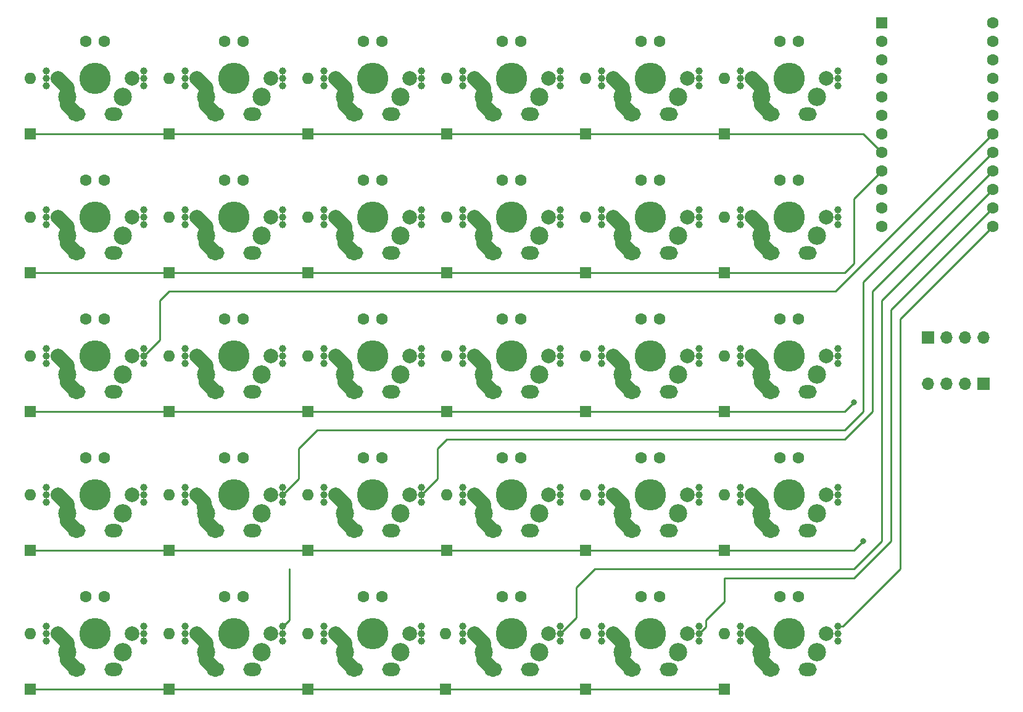
<source format=gbr>
%TF.GenerationSoftware,KiCad,Pcbnew,(5.1.9)-1*%
%TF.CreationDate,2021-03-27T16:35:29+07:00*%
%TF.ProjectId,LetsSplit256,4c657473-5370-46c6-9974-3235362e6b69,rev?*%
%TF.SameCoordinates,Original*%
%TF.FileFunction,Copper,L2,Bot*%
%TF.FilePolarity,Positive*%
%FSLAX46Y46*%
G04 Gerber Fmt 4.6, Leading zero omitted, Abs format (unit mm)*
G04 Created by KiCad (PCBNEW (5.1.9)-1) date 2021-03-27 16:35:29*
%MOMM*%
%LPD*%
G01*
G04 APERTURE LIST*
%TA.AperFunction,ComponentPad*%
%ADD10O,1.700000X1.700000*%
%TD*%
%TA.AperFunction,ComponentPad*%
%ADD11R,1.700000X1.700000*%
%TD*%
%TA.AperFunction,ComponentPad*%
%ADD12C,1.000000*%
%TD*%
%TA.AperFunction,ComponentPad*%
%ADD13O,2.500000X1.800000*%
%TD*%
%TA.AperFunction,ComponentPad*%
%ADD14C,2.500000*%
%TD*%
%TA.AperFunction,ComponentPad*%
%ADD15C,2.000000*%
%TD*%
%TA.AperFunction,ComponentPad*%
%ADD16C,4.300000*%
%TD*%
%TA.AperFunction,ComponentPad*%
%ADD17C,1.600000*%
%TD*%
%TA.AperFunction,ComponentPad*%
%ADD18R,1.600000X1.600000*%
%TD*%
%TA.AperFunction,ComponentPad*%
%ADD19O,1.600000X1.600000*%
%TD*%
%TA.AperFunction,ViaPad*%
%ADD20C,0.800000*%
%TD*%
%TA.AperFunction,Conductor*%
%ADD21C,2.000000*%
%TD*%
%TA.AperFunction,Conductor*%
%ADD22C,0.250000*%
%TD*%
G04 APERTURE END LIST*
D10*
%TO.P,JL1,4*%
%TO.N,Net-(JL1-Pad4)*%
X157480000Y-81280000D03*
%TO.P,JL1,3*%
%TO.N,Net-(JL1-Pad3)*%
X154940000Y-81280000D03*
%TO.P,JL1,2*%
%TO.N,Net-(JL1-Pad2)*%
X152400000Y-81280000D03*
D11*
%TO.P,JL1,1*%
%TO.N,Net-(JL1-Pad1)*%
X149860000Y-81280000D03*
%TD*%
D10*
%TO.P,JL2,4*%
%TO.N,N/C*%
X149860000Y-87630000D03*
%TO.P,JL2,3*%
X152400000Y-87630000D03*
%TO.P,JL2,2*%
X154940000Y-87630000D03*
D11*
%TO.P,JL2,1*%
X157480000Y-87630000D03*
%TD*%
D12*
%TO.P,KLZ1,1*%
%TO.N,Net-(DL24-Pad2)*%
X47910000Y-101870000D03*
X47910000Y-103870000D03*
X47910000Y-102870000D03*
D13*
%TO.P,KLZ1,2*%
%TO.N,Net-(KL1-Pad2)*%
X57150000Y-107746800D03*
D14*
%TO.P,KLZ1,1*%
%TO.N,Net-(DL24-Pad2)*%
X50800000Y-105410000D03*
D13*
X52070000Y-107746800D03*
D14*
%TO.P,KLZ1,2*%
%TO.N,Net-(KL1-Pad2)*%
X58420000Y-105410000D03*
D15*
%TO.P,KLZ1,1*%
%TO.N,Net-(DL24-Pad2)*%
X49530000Y-102870000D03*
%TO.P,KLZ1,2*%
%TO.N,Net-(KL1-Pad2)*%
X59690000Y-102870000D03*
D16*
%TO.P,KLZ1,0*%
%TO.N,N/C*%
X54610000Y-102870000D03*
D12*
%TO.P,KLZ1,2*%
%TO.N,Net-(KL1-Pad2)*%
X61310000Y-102870000D03*
X61310000Y-101870000D03*
X61310000Y-103870000D03*
D17*
%TO.P,KLZ1,0*%
%TO.N,N/C*%
X55880000Y-97790000D03*
X53340000Y-97790000D03*
%TD*%
D12*
%TO.P,KLX1,1*%
%TO.N,Net-(DL34-Pad2)*%
X66960000Y-101870000D03*
X66960000Y-103870000D03*
X66960000Y-102870000D03*
D13*
%TO.P,KLX1,2*%
%TO.N,Net-(KL2-Pad2)*%
X76200000Y-107746800D03*
D14*
%TO.P,KLX1,1*%
%TO.N,Net-(DL34-Pad2)*%
X69850000Y-105410000D03*
D13*
X71120000Y-107746800D03*
D14*
%TO.P,KLX1,2*%
%TO.N,Net-(KL2-Pad2)*%
X77470000Y-105410000D03*
D15*
%TO.P,KLX1,1*%
%TO.N,Net-(DL34-Pad2)*%
X68580000Y-102870000D03*
%TO.P,KLX1,2*%
%TO.N,Net-(KL2-Pad2)*%
X78740000Y-102870000D03*
D16*
%TO.P,KLX1,0*%
%TO.N,N/C*%
X73660000Y-102870000D03*
D12*
%TO.P,KLX1,2*%
%TO.N,Net-(KL2-Pad2)*%
X80360000Y-102870000D03*
X80360000Y-101870000D03*
X80360000Y-103870000D03*
D17*
%TO.P,KLX1,0*%
%TO.N,N/C*%
X74930000Y-97790000D03*
X72390000Y-97790000D03*
%TD*%
D12*
%TO.P,KLW1,1*%
%TO.N,Net-(DL32-Pad2)*%
X66960000Y-63770000D03*
X66960000Y-65770000D03*
X66960000Y-64770000D03*
D13*
%TO.P,KLW1,2*%
%TO.N,Net-(KL2-Pad2)*%
X76200000Y-69646800D03*
D14*
%TO.P,KLW1,1*%
%TO.N,Net-(DL32-Pad2)*%
X69850000Y-67310000D03*
D13*
X71120000Y-69646800D03*
D14*
%TO.P,KLW1,2*%
%TO.N,Net-(KL2-Pad2)*%
X77470000Y-67310000D03*
D15*
%TO.P,KLW1,1*%
%TO.N,Net-(DL32-Pad2)*%
X68580000Y-64770000D03*
%TO.P,KLW1,2*%
%TO.N,Net-(KL2-Pad2)*%
X78740000Y-64770000D03*
D16*
%TO.P,KLW1,0*%
%TO.N,N/C*%
X73660000Y-64770000D03*
D12*
%TO.P,KLW1,2*%
%TO.N,Net-(KL2-Pad2)*%
X80360000Y-64770000D03*
X80360000Y-63770000D03*
X80360000Y-65770000D03*
D17*
%TO.P,KLW1,0*%
%TO.N,N/C*%
X74930000Y-59690000D03*
X72390000Y-59690000D03*
%TD*%
D12*
%TO.P,KLV1,1*%
%TO.N,Net-(DL54-Pad2)*%
X105060000Y-101870000D03*
X105060000Y-103870000D03*
X105060000Y-102870000D03*
D13*
%TO.P,KLV1,2*%
%TO.N,Net-(KL4-Pad2)*%
X114300000Y-107746800D03*
D14*
%TO.P,KLV1,1*%
%TO.N,Net-(DL54-Pad2)*%
X107950000Y-105410000D03*
D13*
X109220000Y-107746800D03*
D14*
%TO.P,KLV1,2*%
%TO.N,Net-(KL4-Pad2)*%
X115570000Y-105410000D03*
D15*
%TO.P,KLV1,1*%
%TO.N,Net-(DL54-Pad2)*%
X106680000Y-102870000D03*
%TO.P,KLV1,2*%
%TO.N,Net-(KL4-Pad2)*%
X116840000Y-102870000D03*
D16*
%TO.P,KLV1,0*%
%TO.N,N/C*%
X111760000Y-102870000D03*
D12*
%TO.P,KLV1,2*%
%TO.N,Net-(KL4-Pad2)*%
X118460000Y-102870000D03*
X118460000Y-101870000D03*
X118460000Y-103870000D03*
D17*
%TO.P,KLV1,0*%
%TO.N,N/C*%
X113030000Y-97790000D03*
X110490000Y-97790000D03*
%TD*%
D12*
%TO.P,KLR1,1*%
%TO.N,Net-(DL52-Pad2)*%
X105060000Y-63770000D03*
X105060000Y-65770000D03*
X105060000Y-64770000D03*
D13*
%TO.P,KLR1,2*%
%TO.N,Net-(KL4-Pad2)*%
X114300000Y-69646800D03*
D14*
%TO.P,KLR1,1*%
%TO.N,Net-(DL52-Pad2)*%
X107950000Y-67310000D03*
D13*
X109220000Y-69646800D03*
D14*
%TO.P,KLR1,2*%
%TO.N,Net-(KL4-Pad2)*%
X115570000Y-67310000D03*
D15*
%TO.P,KLR1,1*%
%TO.N,Net-(DL52-Pad2)*%
X106680000Y-64770000D03*
%TO.P,KLR1,2*%
%TO.N,Net-(KL4-Pad2)*%
X116840000Y-64770000D03*
D16*
%TO.P,KLR1,0*%
%TO.N,N/C*%
X111760000Y-64770000D03*
D12*
%TO.P,KLR1,2*%
%TO.N,Net-(KL4-Pad2)*%
X118460000Y-64770000D03*
X118460000Y-63770000D03*
X118460000Y-65770000D03*
D17*
%TO.P,KLR1,0*%
%TO.N,N/C*%
X113030000Y-59690000D03*
X110490000Y-59690000D03*
%TD*%
D12*
%TO.P,KLQ1,1*%
%TO.N,Net-(DL22-Pad2)*%
X47910000Y-63770000D03*
X47910000Y-65770000D03*
X47910000Y-64770000D03*
D13*
%TO.P,KLQ1,2*%
%TO.N,Net-(KL1-Pad2)*%
X57150000Y-69646800D03*
D14*
%TO.P,KLQ1,1*%
%TO.N,Net-(DL22-Pad2)*%
X50800000Y-67310000D03*
D13*
X52070000Y-69646800D03*
D14*
%TO.P,KLQ1,2*%
%TO.N,Net-(KL1-Pad2)*%
X58420000Y-67310000D03*
D15*
%TO.P,KLQ1,1*%
%TO.N,Net-(DL22-Pad2)*%
X49530000Y-64770000D03*
%TO.P,KLQ1,2*%
%TO.N,Net-(KL1-Pad2)*%
X59690000Y-64770000D03*
D16*
%TO.P,KLQ1,0*%
%TO.N,N/C*%
X54610000Y-64770000D03*
D12*
%TO.P,KLQ1,2*%
%TO.N,Net-(KL1-Pad2)*%
X61310000Y-64770000D03*
X61310000Y-63770000D03*
X61310000Y-65770000D03*
D17*
%TO.P,KLQ1,0*%
%TO.N,N/C*%
X55880000Y-59690000D03*
X53340000Y-59690000D03*
%TD*%
D12*
%TO.P,KLFunc65,1*%
%TO.N,Net-(DL65-Pad2)*%
X124110000Y-120920000D03*
X124110000Y-122920000D03*
X124110000Y-121920000D03*
D13*
%TO.P,KLFunc65,2*%
%TO.N,Net-(KL5-Pad2)*%
X133350000Y-126796800D03*
D14*
%TO.P,KLFunc65,1*%
%TO.N,Net-(DL65-Pad2)*%
X127000000Y-124460000D03*
D13*
X128270000Y-126796800D03*
D14*
%TO.P,KLFunc65,2*%
%TO.N,Net-(KL5-Pad2)*%
X134620000Y-124460000D03*
D15*
%TO.P,KLFunc65,1*%
%TO.N,Net-(DL65-Pad2)*%
X125730000Y-121920000D03*
%TO.P,KLFunc65,2*%
%TO.N,Net-(KL5-Pad2)*%
X135890000Y-121920000D03*
D16*
%TO.P,KLFunc65,0*%
%TO.N,N/C*%
X130810000Y-121920000D03*
D12*
%TO.P,KLFunc65,2*%
%TO.N,Net-(KL5-Pad2)*%
X137510000Y-121920000D03*
X137510000Y-120920000D03*
X137510000Y-122920000D03*
D17*
%TO.P,KLFunc65,0*%
%TO.N,N/C*%
X132080000Y-116840000D03*
X129540000Y-116840000D03*
%TD*%
D12*
%TO.P,KLFunc55,1*%
%TO.N,Net-(DL55-Pad2)*%
X105060000Y-120920000D03*
X105060000Y-122920000D03*
X105060000Y-121920000D03*
D13*
%TO.P,KLFunc55,2*%
%TO.N,Net-(KL4-Pad2)*%
X114300000Y-126796800D03*
D14*
%TO.P,KLFunc55,1*%
%TO.N,Net-(DL55-Pad2)*%
X107950000Y-124460000D03*
D13*
X109220000Y-126796800D03*
D14*
%TO.P,KLFunc55,2*%
%TO.N,Net-(KL4-Pad2)*%
X115570000Y-124460000D03*
D15*
%TO.P,KLFunc55,1*%
%TO.N,Net-(DL55-Pad2)*%
X106680000Y-121920000D03*
%TO.P,KLFunc55,2*%
%TO.N,Net-(KL4-Pad2)*%
X116840000Y-121920000D03*
D16*
%TO.P,KLFunc55,0*%
%TO.N,N/C*%
X111760000Y-121920000D03*
D12*
%TO.P,KLFunc55,2*%
%TO.N,Net-(KL4-Pad2)*%
X118460000Y-121920000D03*
X118460000Y-120920000D03*
X118460000Y-122920000D03*
D17*
%TO.P,KLFunc55,0*%
%TO.N,N/C*%
X113030000Y-116840000D03*
X110490000Y-116840000D03*
%TD*%
D12*
%TO.P,KLFunc35,1*%
%TO.N,Net-(DL35-Pad2)*%
X66960000Y-120920000D03*
X66960000Y-122920000D03*
X66960000Y-121920000D03*
D13*
%TO.P,KLFunc35,2*%
%TO.N,Net-(KL2-Pad2)*%
X76200000Y-126796800D03*
D14*
%TO.P,KLFunc35,1*%
%TO.N,Net-(DL35-Pad2)*%
X69850000Y-124460000D03*
D13*
X71120000Y-126796800D03*
D14*
%TO.P,KLFunc35,2*%
%TO.N,Net-(KL2-Pad2)*%
X77470000Y-124460000D03*
D15*
%TO.P,KLFunc35,1*%
%TO.N,Net-(DL35-Pad2)*%
X68580000Y-121920000D03*
%TO.P,KLFunc35,2*%
%TO.N,Net-(KL2-Pad2)*%
X78740000Y-121920000D03*
D16*
%TO.P,KLFunc35,0*%
%TO.N,N/C*%
X73660000Y-121920000D03*
D12*
%TO.P,KLFunc35,2*%
%TO.N,Net-(KL2-Pad2)*%
X80360000Y-121920000D03*
X80360000Y-120920000D03*
X80360000Y-122920000D03*
D17*
%TO.P,KLFunc35,0*%
%TO.N,N/C*%
X74930000Y-116840000D03*
X72390000Y-116840000D03*
%TD*%
D12*
%TO.P,KLFunc25,1*%
%TO.N,Net-(DL25-Pad2)*%
X47910000Y-120920000D03*
X47910000Y-122920000D03*
X47910000Y-121920000D03*
D13*
%TO.P,KLFunc25,2*%
%TO.N,Net-(KL1-Pad2)*%
X57150000Y-126796800D03*
D14*
%TO.P,KLFunc25,1*%
%TO.N,Net-(DL25-Pad2)*%
X50800000Y-124460000D03*
D13*
X52070000Y-126796800D03*
D14*
%TO.P,KLFunc25,2*%
%TO.N,Net-(KL1-Pad2)*%
X58420000Y-124460000D03*
D15*
%TO.P,KLFunc25,1*%
%TO.N,Net-(DL25-Pad2)*%
X49530000Y-121920000D03*
%TO.P,KLFunc25,2*%
%TO.N,Net-(KL1-Pad2)*%
X59690000Y-121920000D03*
D16*
%TO.P,KLFunc25,0*%
%TO.N,N/C*%
X54610000Y-121920000D03*
D12*
%TO.P,KLFunc25,2*%
%TO.N,Net-(KL1-Pad2)*%
X61310000Y-121920000D03*
X61310000Y-120920000D03*
X61310000Y-122920000D03*
D17*
%TO.P,KLFunc25,0*%
%TO.N,N/C*%
X55880000Y-116840000D03*
X53340000Y-116840000D03*
%TD*%
D12*
%TO.P,KLFunc15,1*%
%TO.N,Net-(DL15-Pad2)*%
X28860000Y-120920000D03*
X28860000Y-122920000D03*
X28860000Y-121920000D03*
D13*
%TO.P,KLFunc15,2*%
%TO.N,Net-(KLFunc11-Pad2)*%
X38100000Y-126796800D03*
D14*
%TO.P,KLFunc15,1*%
%TO.N,Net-(DL15-Pad2)*%
X31750000Y-124460000D03*
D13*
X33020000Y-126796800D03*
D14*
%TO.P,KLFunc15,2*%
%TO.N,Net-(KLFunc11-Pad2)*%
X39370000Y-124460000D03*
D15*
%TO.P,KLFunc15,1*%
%TO.N,Net-(DL15-Pad2)*%
X30480000Y-121920000D03*
%TO.P,KLFunc15,2*%
%TO.N,Net-(KLFunc11-Pad2)*%
X40640000Y-121920000D03*
D16*
%TO.P,KLFunc15,0*%
%TO.N,N/C*%
X35560000Y-121920000D03*
D12*
%TO.P,KLFunc15,2*%
%TO.N,Net-(KLFunc11-Pad2)*%
X42260000Y-121920000D03*
X42260000Y-120920000D03*
X42260000Y-122920000D03*
D17*
%TO.P,KLFunc15,0*%
%TO.N,N/C*%
X36830000Y-116840000D03*
X34290000Y-116840000D03*
%TD*%
D12*
%TO.P,KLFunc14,1*%
%TO.N,Net-(DL14-Pad2)*%
X28860000Y-101870000D03*
X28860000Y-103870000D03*
X28860000Y-102870000D03*
D13*
%TO.P,KLFunc14,2*%
%TO.N,Net-(KLFunc11-Pad2)*%
X38100000Y-107746800D03*
D14*
%TO.P,KLFunc14,1*%
%TO.N,Net-(DL14-Pad2)*%
X31750000Y-105410000D03*
D13*
X33020000Y-107746800D03*
D14*
%TO.P,KLFunc14,2*%
%TO.N,Net-(KLFunc11-Pad2)*%
X39370000Y-105410000D03*
D15*
%TO.P,KLFunc14,1*%
%TO.N,Net-(DL14-Pad2)*%
X30480000Y-102870000D03*
%TO.P,KLFunc14,2*%
%TO.N,Net-(KLFunc11-Pad2)*%
X40640000Y-102870000D03*
D16*
%TO.P,KLFunc14,0*%
%TO.N,N/C*%
X35560000Y-102870000D03*
D12*
%TO.P,KLFunc14,2*%
%TO.N,Net-(KLFunc11-Pad2)*%
X42260000Y-102870000D03*
X42260000Y-101870000D03*
X42260000Y-103870000D03*
D17*
%TO.P,KLFunc14,0*%
%TO.N,N/C*%
X36830000Y-97790000D03*
X34290000Y-97790000D03*
%TD*%
D12*
%TO.P,KLFunc13,1*%
%TO.N,Net-(DL13-Pad2)*%
X28860000Y-82820000D03*
X28860000Y-84820000D03*
X28860000Y-83820000D03*
D13*
%TO.P,KLFunc13,2*%
%TO.N,Net-(KLFunc11-Pad2)*%
X38100000Y-88696800D03*
D14*
%TO.P,KLFunc13,1*%
%TO.N,Net-(DL13-Pad2)*%
X31750000Y-86360000D03*
D13*
X33020000Y-88696800D03*
D14*
%TO.P,KLFunc13,2*%
%TO.N,Net-(KLFunc11-Pad2)*%
X39370000Y-86360000D03*
D15*
%TO.P,KLFunc13,1*%
%TO.N,Net-(DL13-Pad2)*%
X30480000Y-83820000D03*
%TO.P,KLFunc13,2*%
%TO.N,Net-(KLFunc11-Pad2)*%
X40640000Y-83820000D03*
D16*
%TO.P,KLFunc13,0*%
%TO.N,N/C*%
X35560000Y-83820000D03*
D12*
%TO.P,KLFunc13,2*%
%TO.N,Net-(KLFunc11-Pad2)*%
X42260000Y-83820000D03*
X42260000Y-82820000D03*
X42260000Y-84820000D03*
D17*
%TO.P,KLFunc13,0*%
%TO.N,N/C*%
X36830000Y-78740000D03*
X34290000Y-78740000D03*
%TD*%
D12*
%TO.P,KLFunc12,1*%
%TO.N,Net-(DL12-Pad2)*%
X28860000Y-63770000D03*
X28860000Y-65770000D03*
X28860000Y-64770000D03*
D13*
%TO.P,KLFunc12,2*%
%TO.N,Net-(KLFunc11-Pad2)*%
X38100000Y-69646800D03*
D14*
%TO.P,KLFunc12,1*%
%TO.N,Net-(DL12-Pad2)*%
X31750000Y-67310000D03*
D13*
X33020000Y-69646800D03*
D14*
%TO.P,KLFunc12,2*%
%TO.N,Net-(KLFunc11-Pad2)*%
X39370000Y-67310000D03*
D15*
%TO.P,KLFunc12,1*%
%TO.N,Net-(DL12-Pad2)*%
X30480000Y-64770000D03*
%TO.P,KLFunc12,2*%
%TO.N,Net-(KLFunc11-Pad2)*%
X40640000Y-64770000D03*
D16*
%TO.P,KLFunc12,0*%
%TO.N,N/C*%
X35560000Y-64770000D03*
D12*
%TO.P,KLFunc12,2*%
%TO.N,Net-(KLFunc11-Pad2)*%
X42260000Y-64770000D03*
X42260000Y-63770000D03*
X42260000Y-65770000D03*
D17*
%TO.P,KLFunc12,0*%
%TO.N,N/C*%
X36830000Y-59690000D03*
X34290000Y-59690000D03*
%TD*%
D12*
%TO.P,KLFunc11,1*%
%TO.N,Net-(DL11-Pad2)*%
X28860000Y-44720000D03*
X28860000Y-46720000D03*
X28860000Y-45720000D03*
D13*
%TO.P,KLFunc11,2*%
%TO.N,Net-(KLFunc11-Pad2)*%
X38100000Y-50596800D03*
D14*
%TO.P,KLFunc11,1*%
%TO.N,Net-(DL11-Pad2)*%
X31750000Y-48260000D03*
D13*
X33020000Y-50596800D03*
D14*
%TO.P,KLFunc11,2*%
%TO.N,Net-(KLFunc11-Pad2)*%
X39370000Y-48260000D03*
D15*
%TO.P,KLFunc11,1*%
%TO.N,Net-(DL11-Pad2)*%
X30480000Y-45720000D03*
%TO.P,KLFunc11,2*%
%TO.N,Net-(KLFunc11-Pad2)*%
X40640000Y-45720000D03*
D16*
%TO.P,KLFunc11,0*%
%TO.N,N/C*%
X35560000Y-45720000D03*
D12*
%TO.P,KLFunc11,2*%
%TO.N,Net-(KLFunc11-Pad2)*%
X42260000Y-45720000D03*
X42260000Y-44720000D03*
X42260000Y-46720000D03*
D17*
%TO.P,KLFunc11,0*%
%TO.N,N/C*%
X36830000Y-40640000D03*
X34290000Y-40640000D03*
%TD*%
D12*
%TO.P,KLF1,1*%
%TO.N,Net-(DL53-Pad2)*%
X105060000Y-82820000D03*
X105060000Y-84820000D03*
X105060000Y-83820000D03*
D13*
%TO.P,KLF1,2*%
%TO.N,Net-(KL4-Pad2)*%
X114300000Y-88696800D03*
D14*
%TO.P,KLF1,1*%
%TO.N,Net-(DL53-Pad2)*%
X107950000Y-86360000D03*
D13*
X109220000Y-88696800D03*
D14*
%TO.P,KLF1,2*%
%TO.N,Net-(KL4-Pad2)*%
X115570000Y-86360000D03*
D15*
%TO.P,KLF1,1*%
%TO.N,Net-(DL53-Pad2)*%
X106680000Y-83820000D03*
%TO.P,KLF1,2*%
%TO.N,Net-(KL4-Pad2)*%
X116840000Y-83820000D03*
D16*
%TO.P,KLF1,0*%
%TO.N,N/C*%
X111760000Y-83820000D03*
D12*
%TO.P,KLF1,2*%
%TO.N,Net-(KL4-Pad2)*%
X118460000Y-83820000D03*
X118460000Y-82820000D03*
X118460000Y-84820000D03*
D17*
%TO.P,KLF1,0*%
%TO.N,N/C*%
X113030000Y-78740000D03*
X110490000Y-78740000D03*
%TD*%
D12*
%TO.P,KLE1,1*%
%TO.N,Net-(DL42-Pad2)*%
X86010000Y-63770000D03*
X86010000Y-65770000D03*
X86010000Y-64770000D03*
D13*
%TO.P,KLE1,2*%
%TO.N,Net-(KL3-Pad2)*%
X95250000Y-69646800D03*
D14*
%TO.P,KLE1,1*%
%TO.N,Net-(DL42-Pad2)*%
X88900000Y-67310000D03*
D13*
X90170000Y-69646800D03*
D14*
%TO.P,KLE1,2*%
%TO.N,Net-(KL3-Pad2)*%
X96520000Y-67310000D03*
D15*
%TO.P,KLE1,1*%
%TO.N,Net-(DL42-Pad2)*%
X87630000Y-64770000D03*
%TO.P,KLE1,2*%
%TO.N,Net-(KL3-Pad2)*%
X97790000Y-64770000D03*
D16*
%TO.P,KLE1,0*%
%TO.N,N/C*%
X92710000Y-64770000D03*
D12*
%TO.P,KLE1,2*%
%TO.N,Net-(KL3-Pad2)*%
X99410000Y-64770000D03*
X99410000Y-63770000D03*
X99410000Y-65770000D03*
D17*
%TO.P,KLE1,0*%
%TO.N,N/C*%
X93980000Y-59690000D03*
X91440000Y-59690000D03*
%TD*%
D12*
%TO.P,KLD1,1*%
%TO.N,Net-(DL43-Pad2)*%
X86010000Y-82820000D03*
X86010000Y-84820000D03*
X86010000Y-83820000D03*
D13*
%TO.P,KLD1,2*%
%TO.N,Net-(KL3-Pad2)*%
X95250000Y-88696800D03*
D14*
%TO.P,KLD1,1*%
%TO.N,Net-(DL43-Pad2)*%
X88900000Y-86360000D03*
D13*
X90170000Y-88696800D03*
D14*
%TO.P,KLD1,2*%
%TO.N,Net-(KL3-Pad2)*%
X96520000Y-86360000D03*
D15*
%TO.P,KLD1,1*%
%TO.N,Net-(DL43-Pad2)*%
X87630000Y-83820000D03*
%TO.P,KLD1,2*%
%TO.N,Net-(KL3-Pad2)*%
X97790000Y-83820000D03*
D16*
%TO.P,KLD1,0*%
%TO.N,N/C*%
X92710000Y-83820000D03*
D12*
%TO.P,KLD1,2*%
%TO.N,Net-(KL3-Pad2)*%
X99410000Y-83820000D03*
X99410000Y-82820000D03*
X99410000Y-84820000D03*
D17*
%TO.P,KLD1,0*%
%TO.N,N/C*%
X93980000Y-78740000D03*
X91440000Y-78740000D03*
%TD*%
D12*
%TO.P,KLC1,1*%
%TO.N,Net-(DL44-Pad2)*%
X86010000Y-101870000D03*
X86010000Y-103870000D03*
X86010000Y-102870000D03*
D13*
%TO.P,KLC1,2*%
%TO.N,Net-(KL3-Pad2)*%
X95250000Y-107746800D03*
D14*
%TO.P,KLC1,1*%
%TO.N,Net-(DL44-Pad2)*%
X88900000Y-105410000D03*
D13*
X90170000Y-107746800D03*
D14*
%TO.P,KLC1,2*%
%TO.N,Net-(KL3-Pad2)*%
X96520000Y-105410000D03*
D15*
%TO.P,KLC1,1*%
%TO.N,Net-(DL44-Pad2)*%
X87630000Y-102870000D03*
%TO.P,KLC1,2*%
%TO.N,Net-(KL3-Pad2)*%
X97790000Y-102870000D03*
D16*
%TO.P,KLC1,0*%
%TO.N,N/C*%
X92710000Y-102870000D03*
D12*
%TO.P,KLC1,2*%
%TO.N,Net-(KL3-Pad2)*%
X99410000Y-102870000D03*
X99410000Y-101870000D03*
X99410000Y-103870000D03*
D17*
%TO.P,KLC1,0*%
%TO.N,N/C*%
X93980000Y-97790000D03*
X91440000Y-97790000D03*
%TD*%
D12*
%TO.P,KLB1,1*%
%TO.N,Net-(DL64-Pad2)*%
X124110000Y-101870000D03*
X124110000Y-103870000D03*
X124110000Y-102870000D03*
D13*
%TO.P,KLB1,2*%
%TO.N,Net-(KL5-Pad2)*%
X133350000Y-107746800D03*
D14*
%TO.P,KLB1,1*%
%TO.N,Net-(DL64-Pad2)*%
X127000000Y-105410000D03*
D13*
X128270000Y-107746800D03*
D14*
%TO.P,KLB1,2*%
%TO.N,Net-(KL5-Pad2)*%
X134620000Y-105410000D03*
D15*
%TO.P,KLB1,1*%
%TO.N,Net-(DL64-Pad2)*%
X125730000Y-102870000D03*
%TO.P,KLB1,2*%
%TO.N,Net-(KL5-Pad2)*%
X135890000Y-102870000D03*
D16*
%TO.P,KLB1,0*%
%TO.N,N/C*%
X130810000Y-102870000D03*
D12*
%TO.P,KLB1,2*%
%TO.N,Net-(KL5-Pad2)*%
X137510000Y-102870000D03*
X137510000Y-101870000D03*
X137510000Y-103870000D03*
D17*
%TO.P,KLB1,0*%
%TO.N,N/C*%
X132080000Y-97790000D03*
X129540000Y-97790000D03*
%TD*%
D12*
%TO.P,KLA1,1*%
%TO.N,Net-(DL23-Pad2)*%
X47910000Y-82820000D03*
X47910000Y-84820000D03*
X47910000Y-83820000D03*
D13*
%TO.P,KLA1,2*%
%TO.N,Net-(KL1-Pad2)*%
X57150000Y-88696800D03*
D14*
%TO.P,KLA1,1*%
%TO.N,Net-(DL23-Pad2)*%
X50800000Y-86360000D03*
D13*
X52070000Y-88696800D03*
D14*
%TO.P,KLA1,2*%
%TO.N,Net-(KL1-Pad2)*%
X58420000Y-86360000D03*
D15*
%TO.P,KLA1,1*%
%TO.N,Net-(DL23-Pad2)*%
X49530000Y-83820000D03*
%TO.P,KLA1,2*%
%TO.N,Net-(KL1-Pad2)*%
X59690000Y-83820000D03*
D16*
%TO.P,KLA1,0*%
%TO.N,N/C*%
X54610000Y-83820000D03*
D12*
%TO.P,KLA1,2*%
%TO.N,Net-(KL1-Pad2)*%
X61310000Y-83820000D03*
X61310000Y-82820000D03*
X61310000Y-84820000D03*
D17*
%TO.P,KLA1,0*%
%TO.N,N/C*%
X55880000Y-78740000D03*
X53340000Y-78740000D03*
%TD*%
D12*
%TO.P,KL4,1*%
%TO.N,Net-(DL51-Pad2)*%
X105060000Y-44720000D03*
X105060000Y-46720000D03*
X105060000Y-45720000D03*
D13*
%TO.P,KL4,2*%
%TO.N,Net-(KL4-Pad2)*%
X114300000Y-50596800D03*
D14*
%TO.P,KL4,1*%
%TO.N,Net-(DL51-Pad2)*%
X107950000Y-48260000D03*
D13*
X109220000Y-50596800D03*
D14*
%TO.P,KL4,2*%
%TO.N,Net-(KL4-Pad2)*%
X115570000Y-48260000D03*
D15*
%TO.P,KL4,1*%
%TO.N,Net-(DL51-Pad2)*%
X106680000Y-45720000D03*
%TO.P,KL4,2*%
%TO.N,Net-(KL4-Pad2)*%
X116840000Y-45720000D03*
D16*
%TO.P,KL4,0*%
%TO.N,N/C*%
X111760000Y-45720000D03*
D12*
%TO.P,KL4,2*%
%TO.N,Net-(KL4-Pad2)*%
X118460000Y-45720000D03*
X118460000Y-44720000D03*
X118460000Y-46720000D03*
D17*
%TO.P,KL4,0*%
%TO.N,N/C*%
X113030000Y-40640000D03*
X110490000Y-40640000D03*
%TD*%
D12*
%TO.P,KL3,1*%
%TO.N,Net-(DL41-Pad2)*%
X86010000Y-44720000D03*
X86010000Y-46720000D03*
X86010000Y-45720000D03*
D13*
%TO.P,KL3,2*%
%TO.N,Net-(KL3-Pad2)*%
X95250000Y-50596800D03*
D14*
%TO.P,KL3,1*%
%TO.N,Net-(DL41-Pad2)*%
X88900000Y-48260000D03*
D13*
X90170000Y-50596800D03*
D14*
%TO.P,KL3,2*%
%TO.N,Net-(KL3-Pad2)*%
X96520000Y-48260000D03*
D15*
%TO.P,KL3,1*%
%TO.N,Net-(DL41-Pad2)*%
X87630000Y-45720000D03*
%TO.P,KL3,2*%
%TO.N,Net-(KL3-Pad2)*%
X97790000Y-45720000D03*
D16*
%TO.P,KL3,0*%
%TO.N,N/C*%
X92710000Y-45720000D03*
D12*
%TO.P,KL3,2*%
%TO.N,Net-(KL3-Pad2)*%
X99410000Y-45720000D03*
X99410000Y-44720000D03*
X99410000Y-46720000D03*
D17*
%TO.P,KL3,0*%
%TO.N,N/C*%
X93980000Y-40640000D03*
X91440000Y-40640000D03*
%TD*%
D12*
%TO.P,KL2,1*%
%TO.N,Net-(DL31-Pad2)*%
X66960000Y-44720000D03*
X66960000Y-46720000D03*
X66960000Y-45720000D03*
D13*
%TO.P,KL2,2*%
%TO.N,Net-(KL2-Pad2)*%
X76200000Y-50596800D03*
D14*
%TO.P,KL2,1*%
%TO.N,Net-(DL31-Pad2)*%
X69850000Y-48260000D03*
D13*
X71120000Y-50596800D03*
D14*
%TO.P,KL2,2*%
%TO.N,Net-(KL2-Pad2)*%
X77470000Y-48260000D03*
D15*
%TO.P,KL2,1*%
%TO.N,Net-(DL31-Pad2)*%
X68580000Y-45720000D03*
%TO.P,KL2,2*%
%TO.N,Net-(KL2-Pad2)*%
X78740000Y-45720000D03*
D16*
%TO.P,KL2,0*%
%TO.N,N/C*%
X73660000Y-45720000D03*
D12*
%TO.P,KL2,2*%
%TO.N,Net-(KL2-Pad2)*%
X80360000Y-45720000D03*
X80360000Y-44720000D03*
X80360000Y-46720000D03*
D17*
%TO.P,KL2,0*%
%TO.N,N/C*%
X74930000Y-40640000D03*
X72390000Y-40640000D03*
%TD*%
D12*
%TO.P,KL1,1*%
%TO.N,Net-(DL21-Pad2)*%
X47910000Y-44720000D03*
X47910000Y-46720000D03*
X47910000Y-45720000D03*
D13*
%TO.P,KL1,2*%
%TO.N,Net-(KL1-Pad2)*%
X57150000Y-50596800D03*
D14*
%TO.P,KL1,1*%
%TO.N,Net-(DL21-Pad2)*%
X50800000Y-48260000D03*
D13*
X52070000Y-50596800D03*
D14*
%TO.P,KL1,2*%
%TO.N,Net-(KL1-Pad2)*%
X58420000Y-48260000D03*
D15*
%TO.P,KL1,1*%
%TO.N,Net-(DL21-Pad2)*%
X49530000Y-45720000D03*
%TO.P,KL1,2*%
%TO.N,Net-(KL1-Pad2)*%
X59690000Y-45720000D03*
D16*
%TO.P,KL1,0*%
%TO.N,N/C*%
X54610000Y-45720000D03*
D12*
%TO.P,KL1,2*%
%TO.N,Net-(KL1-Pad2)*%
X61310000Y-45720000D03*
X61310000Y-44720000D03*
X61310000Y-46720000D03*
D17*
%TO.P,KL1,0*%
%TO.N,N/C*%
X55880000Y-40640000D03*
X53340000Y-40640000D03*
%TD*%
D12*
%TO.P,KLS1,1*%
%TO.N,Net-(DL33-Pad2)*%
X66960000Y-82820000D03*
X66960000Y-84820000D03*
X66960000Y-83820000D03*
D13*
%TO.P,KLS1,2*%
%TO.N,Net-(KL2-Pad2)*%
X76200000Y-88696800D03*
D14*
%TO.P,KLS1,1*%
%TO.N,Net-(DL33-Pad2)*%
X69850000Y-86360000D03*
D13*
X71120000Y-88696800D03*
D14*
%TO.P,KLS1,2*%
%TO.N,Net-(KL2-Pad2)*%
X77470000Y-86360000D03*
D15*
%TO.P,KLS1,1*%
%TO.N,Net-(DL33-Pad2)*%
X68580000Y-83820000D03*
%TO.P,KLS1,2*%
%TO.N,Net-(KL2-Pad2)*%
X78740000Y-83820000D03*
D16*
%TO.P,KLS1,0*%
%TO.N,N/C*%
X73660000Y-83820000D03*
D12*
%TO.P,KLS1,2*%
%TO.N,Net-(KL2-Pad2)*%
X80360000Y-83820000D03*
X80360000Y-82820000D03*
X80360000Y-84820000D03*
D17*
%TO.P,KLS1,0*%
%TO.N,N/C*%
X74930000Y-78740000D03*
X72390000Y-78740000D03*
%TD*%
D12*
%TO.P,KLFunc45,1*%
%TO.N,Net-(DL45-Pad2)*%
X86010000Y-120920000D03*
X86010000Y-122920000D03*
X86010000Y-121920000D03*
D13*
%TO.P,KLFunc45,2*%
%TO.N,Net-(KL3-Pad2)*%
X95250000Y-126796800D03*
D14*
%TO.P,KLFunc45,1*%
%TO.N,Net-(DL45-Pad2)*%
X88900000Y-124460000D03*
D13*
X90170000Y-126796800D03*
D14*
%TO.P,KLFunc45,2*%
%TO.N,Net-(KL3-Pad2)*%
X96520000Y-124460000D03*
D15*
%TO.P,KLFunc45,1*%
%TO.N,Net-(DL45-Pad2)*%
X87630000Y-121920000D03*
%TO.P,KLFunc45,2*%
%TO.N,Net-(KL3-Pad2)*%
X97790000Y-121920000D03*
D16*
%TO.P,KLFunc45,0*%
%TO.N,N/C*%
X92710000Y-121920000D03*
D12*
%TO.P,KLFunc45,2*%
%TO.N,Net-(KL3-Pad2)*%
X99410000Y-121920000D03*
X99410000Y-120920000D03*
X99410000Y-122920000D03*
D17*
%TO.P,KLFunc45,0*%
%TO.N,N/C*%
X93980000Y-116840000D03*
X91440000Y-116840000D03*
%TD*%
D12*
%TO.P,KLT1,1*%
%TO.N,Net-(DL62-Pad2)*%
X124110000Y-63770000D03*
X124110000Y-65770000D03*
X124110000Y-64770000D03*
D13*
%TO.P,KLT1,2*%
%TO.N,Net-(KL5-Pad2)*%
X133350000Y-69646800D03*
D14*
%TO.P,KLT1,1*%
%TO.N,Net-(DL62-Pad2)*%
X127000000Y-67310000D03*
D13*
X128270000Y-69646800D03*
D14*
%TO.P,KLT1,2*%
%TO.N,Net-(KL5-Pad2)*%
X134620000Y-67310000D03*
D15*
%TO.P,KLT1,1*%
%TO.N,Net-(DL62-Pad2)*%
X125730000Y-64770000D03*
%TO.P,KLT1,2*%
%TO.N,Net-(KL5-Pad2)*%
X135890000Y-64770000D03*
D16*
%TO.P,KLT1,0*%
%TO.N,N/C*%
X130810000Y-64770000D03*
D12*
%TO.P,KLT1,2*%
%TO.N,Net-(KL5-Pad2)*%
X137510000Y-64770000D03*
X137510000Y-63770000D03*
X137510000Y-65770000D03*
D17*
%TO.P,KLT1,0*%
%TO.N,N/C*%
X132080000Y-59690000D03*
X129540000Y-59690000D03*
%TD*%
D12*
%TO.P,KL5,1*%
%TO.N,Net-(DL61-Pad2)*%
X124110000Y-44720000D03*
X124110000Y-46720000D03*
X124110000Y-45720000D03*
D13*
%TO.P,KL5,2*%
%TO.N,Net-(KL5-Pad2)*%
X133350000Y-50596800D03*
D14*
%TO.P,KL5,1*%
%TO.N,Net-(DL61-Pad2)*%
X127000000Y-48260000D03*
D13*
X128270000Y-50596800D03*
D14*
%TO.P,KL5,2*%
%TO.N,Net-(KL5-Pad2)*%
X134620000Y-48260000D03*
D15*
%TO.P,KL5,1*%
%TO.N,Net-(DL61-Pad2)*%
X125730000Y-45720000D03*
%TO.P,KL5,2*%
%TO.N,Net-(KL5-Pad2)*%
X135890000Y-45720000D03*
D16*
%TO.P,KL5,0*%
%TO.N,N/C*%
X130810000Y-45720000D03*
D12*
%TO.P,KL5,2*%
%TO.N,Net-(KL5-Pad2)*%
X137510000Y-45720000D03*
X137510000Y-44720000D03*
X137510000Y-46720000D03*
D17*
%TO.P,KL5,0*%
%TO.N,N/C*%
X132080000Y-40640000D03*
X129540000Y-40640000D03*
%TD*%
D12*
%TO.P,KLG1,1*%
%TO.N,Net-(DL63-Pad2)*%
X124110000Y-82820000D03*
X124110000Y-84820000D03*
X124110000Y-83820000D03*
D13*
%TO.P,KLG1,2*%
%TO.N,Net-(KL5-Pad2)*%
X133350000Y-88696800D03*
D14*
%TO.P,KLG1,1*%
%TO.N,Net-(DL63-Pad2)*%
X127000000Y-86360000D03*
D13*
X128270000Y-88696800D03*
D14*
%TO.P,KLG1,2*%
%TO.N,Net-(KL5-Pad2)*%
X134620000Y-86360000D03*
D15*
%TO.P,KLG1,1*%
%TO.N,Net-(DL63-Pad2)*%
X125730000Y-83820000D03*
%TO.P,KLG1,2*%
%TO.N,Net-(KL5-Pad2)*%
X135890000Y-83820000D03*
D16*
%TO.P,KLG1,0*%
%TO.N,N/C*%
X130810000Y-83820000D03*
D12*
%TO.P,KLG1,2*%
%TO.N,Net-(KL5-Pad2)*%
X137510000Y-83820000D03*
X137510000Y-82820000D03*
X137510000Y-84820000D03*
D17*
%TO.P,KLG1,0*%
%TO.N,N/C*%
X132080000Y-78740000D03*
X129540000Y-78740000D03*
%TD*%
D18*
%TO.P,DL65,1*%
%TO.N,Net-(DL15-Pad1)*%
X121920000Y-129540000D03*
D19*
%TO.P,DL65,2*%
%TO.N,Net-(DL65-Pad2)*%
X121920000Y-121920000D03*
%TD*%
%TO.P,DL64,2*%
%TO.N,Net-(DL64-Pad2)*%
X121920000Y-102870000D03*
D18*
%TO.P,DL64,1*%
%TO.N,Net-(DL14-Pad1)*%
X121920000Y-110490000D03*
%TD*%
%TO.P,DL63,1*%
%TO.N,Net-(DL13-Pad1)*%
X121920000Y-91440000D03*
D19*
%TO.P,DL63,2*%
%TO.N,Net-(DL63-Pad2)*%
X121920000Y-83820000D03*
%TD*%
D18*
%TO.P,DL62,1*%
%TO.N,Net-(DL12-Pad1)*%
X121920000Y-72390000D03*
D19*
%TO.P,DL62,2*%
%TO.N,Net-(DL62-Pad2)*%
X121920000Y-64770000D03*
%TD*%
D18*
%TO.P,DL61,1*%
%TO.N,Net-(DL11-Pad1)*%
X121920000Y-53340000D03*
D19*
%TO.P,DL61,2*%
%TO.N,Net-(DL61-Pad2)*%
X121920000Y-45720000D03*
%TD*%
%TO.P,DL55,2*%
%TO.N,Net-(DL55-Pad2)*%
X102870000Y-121920000D03*
D18*
%TO.P,DL55,1*%
%TO.N,Net-(DL15-Pad1)*%
X102870000Y-129540000D03*
%TD*%
%TO.P,DL54,1*%
%TO.N,Net-(DL14-Pad1)*%
X102870000Y-110490000D03*
D19*
%TO.P,DL54,2*%
%TO.N,Net-(DL54-Pad2)*%
X102870000Y-102870000D03*
%TD*%
%TO.P,DL53,2*%
%TO.N,Net-(DL53-Pad2)*%
X102870000Y-83820000D03*
D18*
%TO.P,DL53,1*%
%TO.N,Net-(DL13-Pad1)*%
X102870000Y-91440000D03*
%TD*%
D19*
%TO.P,DL52,2*%
%TO.N,Net-(DL52-Pad2)*%
X102870000Y-64770000D03*
D18*
%TO.P,DL52,1*%
%TO.N,Net-(DL12-Pad1)*%
X102870000Y-72390000D03*
%TD*%
D19*
%TO.P,DL51,2*%
%TO.N,Net-(DL51-Pad2)*%
X102870000Y-45720000D03*
D18*
%TO.P,DL51,1*%
%TO.N,Net-(DL11-Pad1)*%
X102870000Y-53340000D03*
%TD*%
%TO.P,DL45,1*%
%TO.N,Net-(DL15-Pad1)*%
X83615001Y-129540000D03*
D19*
%TO.P,DL45,2*%
%TO.N,Net-(DL45-Pad2)*%
X83615001Y-121920000D03*
%TD*%
%TO.P,DL44,2*%
%TO.N,Net-(DL44-Pad2)*%
X83820000Y-102870000D03*
D18*
%TO.P,DL44,1*%
%TO.N,Net-(DL14-Pad1)*%
X83820000Y-110490000D03*
%TD*%
%TO.P,DL43,1*%
%TO.N,Net-(DL13-Pad1)*%
X83820000Y-91440000D03*
D19*
%TO.P,DL43,2*%
%TO.N,Net-(DL43-Pad2)*%
X83820000Y-83820000D03*
%TD*%
D18*
%TO.P,DL42,1*%
%TO.N,Net-(DL12-Pad1)*%
X83820000Y-72390000D03*
D19*
%TO.P,DL42,2*%
%TO.N,Net-(DL42-Pad2)*%
X83820000Y-64770000D03*
%TD*%
D18*
%TO.P,DL41,1*%
%TO.N,Net-(DL11-Pad1)*%
X83820000Y-53340000D03*
D19*
%TO.P,DL41,2*%
%TO.N,Net-(DL41-Pad2)*%
X83820000Y-45720000D03*
%TD*%
%TO.P,DL35,2*%
%TO.N,Net-(DL35-Pad2)*%
X64770000Y-121920000D03*
D18*
%TO.P,DL35,1*%
%TO.N,Net-(DL15-Pad1)*%
X64770000Y-129540000D03*
%TD*%
%TO.P,DL34,1*%
%TO.N,Net-(DL14-Pad1)*%
X64770000Y-110490000D03*
D19*
%TO.P,DL34,2*%
%TO.N,Net-(DL34-Pad2)*%
X64770000Y-102870000D03*
%TD*%
%TO.P,DL33,2*%
%TO.N,Net-(DL33-Pad2)*%
X64770000Y-83820000D03*
D18*
%TO.P,DL33,1*%
%TO.N,Net-(DL13-Pad1)*%
X64770000Y-91440000D03*
%TD*%
D19*
%TO.P,DL32,2*%
%TO.N,Net-(DL32-Pad2)*%
X64770000Y-64770000D03*
D18*
%TO.P,DL32,1*%
%TO.N,Net-(DL12-Pad1)*%
X64770000Y-72390000D03*
%TD*%
D19*
%TO.P,DL31,2*%
%TO.N,Net-(DL31-Pad2)*%
X64770000Y-45720000D03*
D18*
%TO.P,DL31,1*%
%TO.N,Net-(DL11-Pad1)*%
X64770000Y-53340000D03*
%TD*%
%TO.P,DL25,1*%
%TO.N,Net-(DL15-Pad1)*%
X45720000Y-129540000D03*
D19*
%TO.P,DL25,2*%
%TO.N,Net-(DL25-Pad2)*%
X45720000Y-121920000D03*
%TD*%
%TO.P,DL24,2*%
%TO.N,Net-(DL24-Pad2)*%
X45720000Y-102870000D03*
D18*
%TO.P,DL24,1*%
%TO.N,Net-(DL14-Pad1)*%
X45720000Y-110490000D03*
%TD*%
%TO.P,DL23,1*%
%TO.N,Net-(DL13-Pad1)*%
X45720000Y-91440000D03*
D19*
%TO.P,DL23,2*%
%TO.N,Net-(DL23-Pad2)*%
X45720000Y-83820000D03*
%TD*%
%TO.P,DL22,2*%
%TO.N,Net-(DL22-Pad2)*%
X45720000Y-64770000D03*
D18*
%TO.P,DL22,1*%
%TO.N,Net-(DL12-Pad1)*%
X45720000Y-72390000D03*
%TD*%
%TO.P,DL21,1*%
%TO.N,Net-(DL11-Pad1)*%
X45720000Y-53340000D03*
D19*
%TO.P,DL21,2*%
%TO.N,Net-(DL21-Pad2)*%
X45720000Y-45720000D03*
%TD*%
%TO.P,DL15,2*%
%TO.N,Net-(DL15-Pad2)*%
X26670000Y-121920000D03*
D18*
%TO.P,DL15,1*%
%TO.N,Net-(DL15-Pad1)*%
X26670000Y-129540000D03*
%TD*%
D19*
%TO.P,DL14,2*%
%TO.N,Net-(DL14-Pad2)*%
X26670000Y-102870000D03*
D18*
%TO.P,DL14,1*%
%TO.N,Net-(DL14-Pad1)*%
X26670000Y-110490000D03*
%TD*%
%TO.P,DL13,1*%
%TO.N,Net-(DL13-Pad1)*%
X26670000Y-91440000D03*
D19*
%TO.P,DL13,2*%
%TO.N,Net-(DL13-Pad2)*%
X26670000Y-83820000D03*
%TD*%
D18*
%TO.P,DL12,1*%
%TO.N,Net-(DL12-Pad1)*%
X26670000Y-72390000D03*
D19*
%TO.P,DL12,2*%
%TO.N,Net-(DL12-Pad2)*%
X26670000Y-64770000D03*
%TD*%
%TO.P,DL11,2*%
%TO.N,Net-(DL11-Pad2)*%
X26670000Y-45720000D03*
D18*
%TO.P,DL11,1*%
%TO.N,Net-(DL11-Pad1)*%
X26670000Y-53340000D03*
%TD*%
D17*
%TO.P,U1,24*%
%TO.N,Net-(U1-Pad24)*%
X158750000Y-38100000D03*
%TO.P,U1,23*%
%TO.N,Net-(JL1-Pad1)*%
X158750000Y-40640000D03*
%TO.P,U1,22*%
%TO.N,Net-(U1-Pad22)*%
X158750000Y-43180000D03*
%TO.P,U1,21*%
%TO.N,Net-(JL1-Pad3)*%
X158750000Y-45720000D03*
%TO.P,U1,20*%
%TO.N,Net-(JL1-Pad4)*%
X158750000Y-48260000D03*
%TO.P,U1,19*%
%TO.N,Net-(U1-Pad19)*%
X158750000Y-50800000D03*
%TO.P,U1,18*%
%TO.N,Net-(KLFunc11-Pad2)*%
X158750000Y-53340000D03*
%TO.P,U1,17*%
%TO.N,Net-(KL1-Pad2)*%
X158750000Y-55880000D03*
%TO.P,U1,16*%
%TO.N,Net-(KL2-Pad2)*%
X158750000Y-58420000D03*
%TO.P,U1,15*%
%TO.N,Net-(KL3-Pad2)*%
X158750000Y-60960000D03*
%TO.P,U1,14*%
%TO.N,Net-(KL4-Pad2)*%
X158750000Y-63500000D03*
%TO.P,U1,13*%
%TO.N,Net-(KL5-Pad2)*%
X158750000Y-66040000D03*
%TO.P,U1,12*%
%TO.N,Net-(DL15-Pad1)*%
X143510000Y-66040000D03*
%TO.P,U1,11*%
%TO.N,Net-(DL14-Pad1)*%
X143510000Y-63500000D03*
%TO.P,U1,10*%
%TO.N,Net-(DL13-Pad1)*%
X143510000Y-60960000D03*
%TO.P,U1,9*%
%TO.N,Net-(DL12-Pad1)*%
X143510000Y-58420000D03*
%TO.P,U1,8*%
%TO.N,Net-(DL11-Pad1)*%
X143510000Y-55880000D03*
%TO.P,U1,7*%
%TO.N,Net-(U1-Pad7)*%
X143510000Y-53340000D03*
%TO.P,U1,6*%
%TO.N,Net-(U1-Pad6)*%
X143510000Y-50800000D03*
%TO.P,U1,5*%
%TO.N,Net-(U1-Pad5)*%
X143510000Y-48260000D03*
%TO.P,U1,4*%
%TO.N,Net-(U1-Pad4)*%
X143510000Y-45720000D03*
%TO.P,U1,3*%
%TO.N,Net-(U1-Pad3)*%
X143510000Y-43180000D03*
%TO.P,U1,2*%
%TO.N,Net-(U1-Pad2)*%
X143510000Y-40640000D03*
D18*
%TO.P,U1,1*%
%TO.N,Net-(U1-Pad1)*%
X143510000Y-38100000D03*
%TD*%
D20*
%TO.N,Net-(DL13-Pad1)*%
X139700000Y-90170000D03*
%TO.N,Net-(DL14-Pad1)*%
X140970000Y-109220000D03*
%TD*%
D21*
%TO.N,Net-(DL11-Pad2)*%
X31750000Y-46990000D02*
X31750000Y-48260000D01*
X30480000Y-45720000D02*
X31750000Y-46990000D01*
X31750000Y-49326800D02*
X33020000Y-50596800D01*
X31750000Y-48260000D02*
X31750000Y-49326800D01*
D22*
%TO.N,Net-(DL11-Pad1)*%
X26670000Y-53340000D02*
X45720000Y-53340000D01*
X45720000Y-53340000D02*
X64770000Y-53340000D01*
X64770000Y-53340000D02*
X83820000Y-53340000D01*
X83820000Y-53340000D02*
X102870000Y-53340000D01*
X102870000Y-53340000D02*
X121920000Y-53340000D01*
X140970000Y-53340000D02*
X143510000Y-55880000D01*
X121920000Y-53340000D02*
X140970000Y-53340000D01*
%TO.N,Net-(DL12-Pad1)*%
X26670000Y-72390000D02*
X45720000Y-72390000D01*
X61555699Y-72390000D02*
X64770000Y-72390000D01*
X45720000Y-72390000D02*
X61555699Y-72390000D01*
X64770000Y-72390000D02*
X83820000Y-72390000D01*
X83820000Y-72390000D02*
X102870000Y-72390000D01*
X102870000Y-72390000D02*
X121920000Y-72390000D01*
X121920000Y-72390000D02*
X138430000Y-72390000D01*
X138430000Y-72390000D02*
X139700000Y-71120000D01*
X139700000Y-71120000D02*
X139700000Y-62230000D01*
X139700000Y-62230000D02*
X143510000Y-58420000D01*
D21*
%TO.N,Net-(DL12-Pad2)*%
X31750000Y-66040000D02*
X31750000Y-67310000D01*
X30480000Y-64770000D02*
X31750000Y-66040000D01*
X31750000Y-68376800D02*
X33020000Y-69646800D01*
X31750000Y-67310000D02*
X31750000Y-68376800D01*
D22*
%TO.N,Net-(DL13-Pad1)*%
X26670000Y-91440000D02*
X45720000Y-91440000D01*
X45720000Y-91440000D02*
X64770000Y-91440000D01*
X64770000Y-91440000D02*
X83820000Y-91440000D01*
X83820000Y-91440000D02*
X102870000Y-91440000D01*
X102870000Y-91440000D02*
X121920000Y-91440000D01*
X121920000Y-91440000D02*
X137755699Y-91440000D01*
X137755699Y-91440000D02*
X138430000Y-91440000D01*
X138430000Y-91440000D02*
X139700000Y-90170000D01*
D21*
%TO.N,Net-(DL13-Pad2)*%
X31750000Y-85090000D02*
X31750000Y-86360000D01*
X30480000Y-83820000D02*
X31750000Y-85090000D01*
X31750000Y-87426800D02*
X33020000Y-88696800D01*
X31750000Y-86360000D02*
X31750000Y-87426800D01*
%TO.N,Net-(DL14-Pad2)*%
X31750000Y-104140000D02*
X31750000Y-105410000D01*
X30480000Y-102870000D02*
X31750000Y-104140000D01*
X31750000Y-106476800D02*
X33020000Y-107746800D01*
X31750000Y-105410000D02*
X31750000Y-106476800D01*
D22*
%TO.N,Net-(DL14-Pad1)*%
X121920000Y-110490000D02*
X102870000Y-110490000D01*
X102870000Y-110490000D02*
X83820000Y-110490000D01*
X83820000Y-110490000D02*
X64770000Y-110490000D01*
X64770000Y-110490000D02*
X45720000Y-110490000D01*
X45720000Y-110490000D02*
X26670000Y-110490000D01*
X121920000Y-110490000D02*
X138430000Y-110490000D01*
X138430000Y-110490000D02*
X139700000Y-110490000D01*
X139700000Y-110490000D02*
X140970000Y-109220000D01*
X140970000Y-109220000D02*
X140970000Y-109220000D01*
D21*
%TO.N,Net-(DL15-Pad2)*%
X31750000Y-123190000D02*
X31750000Y-124460000D01*
X30480000Y-121920000D02*
X31750000Y-123190000D01*
X31750000Y-125526800D02*
X33020000Y-126796800D01*
X31750000Y-124460000D02*
X31750000Y-125526800D01*
D22*
%TO.N,Net-(DL15-Pad1)*%
X26670000Y-129540000D02*
X45720000Y-129540000D01*
X45720000Y-129540000D02*
X64770000Y-129540000D01*
X64770000Y-129540000D02*
X83615001Y-129540000D01*
X83615001Y-129540000D02*
X102870000Y-129540000D01*
X102870000Y-129540000D02*
X121920000Y-129540000D01*
D21*
%TO.N,Net-(DL21-Pad2)*%
X50800000Y-46990000D02*
X50800000Y-48260000D01*
X49530000Y-45720000D02*
X50800000Y-46990000D01*
X50800000Y-49326800D02*
X52070000Y-50596800D01*
X50800000Y-48260000D02*
X50800000Y-49326800D01*
%TO.N,Net-(DL22-Pad2)*%
X50800000Y-66040000D02*
X50800000Y-67310000D01*
X49530000Y-64770000D02*
X50800000Y-66040000D01*
X50800000Y-68376800D02*
X52070000Y-69646800D01*
X50800000Y-67310000D02*
X50800000Y-68376800D01*
%TO.N,Net-(DL23-Pad2)*%
X50800000Y-85090000D02*
X50800000Y-86360000D01*
X49530000Y-83820000D02*
X50800000Y-85090000D01*
X50800000Y-87426800D02*
X52070000Y-88696800D01*
X50800000Y-86360000D02*
X50800000Y-87426800D01*
%TO.N,Net-(DL24-Pad2)*%
X50529999Y-103869999D02*
X50529999Y-104565011D01*
X49530000Y-102870000D02*
X50529999Y-103869999D01*
X50800000Y-104835012D02*
X50800000Y-105410000D01*
X50529999Y-104565011D02*
X50800000Y-104835012D01*
X50800000Y-106476800D02*
X52070000Y-107746800D01*
X50800000Y-105410000D02*
X50800000Y-106476800D01*
%TO.N,Net-(DL25-Pad2)*%
X50800000Y-123190000D02*
X50800000Y-124460000D01*
X49530000Y-121920000D02*
X50800000Y-123190000D01*
X50800000Y-125526800D02*
X52070000Y-126796800D01*
X50800000Y-124460000D02*
X50800000Y-125526800D01*
%TO.N,Net-(DL31-Pad2)*%
X69850000Y-46990000D02*
X69850000Y-48260000D01*
X68580000Y-45720000D02*
X69850000Y-46990000D01*
X69850000Y-49326800D02*
X71120000Y-50596800D01*
X69850000Y-48260000D02*
X69850000Y-49326800D01*
%TO.N,Net-(DL32-Pad2)*%
X69850000Y-66040000D02*
X69850000Y-67310000D01*
X68580000Y-64770000D02*
X69850000Y-66040000D01*
X69850000Y-68376800D02*
X71120000Y-69646800D01*
X69850000Y-67310000D02*
X69850000Y-68376800D01*
%TO.N,Net-(DL33-Pad2)*%
X69850000Y-85090000D02*
X69850000Y-86360000D01*
X68580000Y-83820000D02*
X69850000Y-85090000D01*
X69850000Y-87426800D02*
X71120000Y-88696800D01*
X69850000Y-86360000D02*
X69850000Y-87426800D01*
%TO.N,Net-(DL34-Pad2)*%
X69850000Y-104140000D02*
X69850000Y-105410000D01*
X68580000Y-102870000D02*
X69850000Y-104140000D01*
X69850000Y-106476800D02*
X71120000Y-107746800D01*
X69850000Y-105410000D02*
X69850000Y-106476800D01*
%TO.N,Net-(DL35-Pad2)*%
X69850000Y-123190000D02*
X69850000Y-124460000D01*
X68580000Y-121920000D02*
X69850000Y-123190000D01*
X69850000Y-125526800D02*
X71120000Y-126796800D01*
X69850000Y-124460000D02*
X69850000Y-125526800D01*
%TO.N,Net-(DL41-Pad2)*%
X88900000Y-46990000D02*
X88900000Y-48260000D01*
X87630000Y-45720000D02*
X88900000Y-46990000D01*
X88900000Y-49326800D02*
X90170000Y-50596800D01*
X88900000Y-48260000D02*
X88900000Y-49326800D01*
%TO.N,Net-(DL42-Pad2)*%
X88900000Y-66040000D02*
X88900000Y-67310000D01*
X87630000Y-64770000D02*
X88900000Y-66040000D01*
X88900000Y-68376800D02*
X90170000Y-69646800D01*
X88900000Y-67310000D02*
X88900000Y-68376800D01*
%TO.N,Net-(DL43-Pad2)*%
X88900000Y-85090000D02*
X88900000Y-86360000D01*
X87630000Y-83820000D02*
X88900000Y-85090000D01*
X88900000Y-87426800D02*
X90170000Y-88696800D01*
X88900000Y-86360000D02*
X88900000Y-87426800D01*
%TO.N,Net-(DL44-Pad2)*%
X88900000Y-104140000D02*
X88900000Y-105410000D01*
X87630000Y-102870000D02*
X88900000Y-104140000D01*
X88900000Y-106476800D02*
X90170000Y-107746800D01*
X88900000Y-105410000D02*
X88900000Y-106476800D01*
%TO.N,Net-(DL45-Pad2)*%
X88900000Y-123190000D02*
X88900000Y-124460000D01*
X87630000Y-121920000D02*
X88900000Y-123190000D01*
X88900000Y-125526800D02*
X90170000Y-126796800D01*
X88900000Y-124460000D02*
X88900000Y-125526800D01*
%TO.N,Net-(DL51-Pad2)*%
X107950000Y-46990000D02*
X107950000Y-48260000D01*
X106680000Y-45720000D02*
X107950000Y-46990000D01*
X107950000Y-49326800D02*
X109220000Y-50596800D01*
X107950000Y-48260000D02*
X107950000Y-49326800D01*
%TO.N,Net-(DL52-Pad2)*%
X107950000Y-66040000D02*
X107950000Y-67310000D01*
X106680000Y-64770000D02*
X107950000Y-66040000D01*
X107950000Y-68376800D02*
X109220000Y-69646800D01*
X107950000Y-67310000D02*
X107950000Y-68376800D01*
%TO.N,Net-(DL53-Pad2)*%
X107950000Y-85090000D02*
X107950000Y-86360000D01*
X106680000Y-83820000D02*
X107950000Y-85090000D01*
X107950000Y-87426800D02*
X109220000Y-88696800D01*
X107950000Y-86360000D02*
X107950000Y-87426800D01*
%TO.N,Net-(DL54-Pad2)*%
X107950000Y-104140000D02*
X107950000Y-105410000D01*
X106680000Y-102870000D02*
X107950000Y-104140000D01*
X107950000Y-106476800D02*
X109220000Y-107746800D01*
X107950000Y-105410000D02*
X107950000Y-106476800D01*
%TO.N,Net-(DL55-Pad2)*%
X107950000Y-123190000D02*
X107950000Y-124460000D01*
X106680000Y-121920000D02*
X107950000Y-123190000D01*
X107950000Y-125526800D02*
X109220000Y-126796800D01*
X107950000Y-124460000D02*
X107950000Y-125526800D01*
%TO.N,Net-(DL61-Pad2)*%
X127000000Y-46990000D02*
X127000000Y-48260000D01*
X125730000Y-45720000D02*
X127000000Y-46990000D01*
X127000000Y-49326800D02*
X128270000Y-50596800D01*
X127000000Y-48260000D02*
X127000000Y-49326800D01*
%TO.N,Net-(DL62-Pad2)*%
X127000000Y-66040000D02*
X127000000Y-67310000D01*
X125730000Y-64770000D02*
X127000000Y-66040000D01*
X127000000Y-68376800D02*
X128270000Y-69646800D01*
X127000000Y-67310000D02*
X127000000Y-68376800D01*
%TO.N,Net-(DL63-Pad2)*%
X127000000Y-85090000D02*
X127000000Y-86360000D01*
X125730000Y-83820000D02*
X127000000Y-85090000D01*
X127000000Y-87426800D02*
X128270000Y-88696800D01*
X127000000Y-86360000D02*
X127000000Y-87426800D01*
%TO.N,Net-(DL64-Pad2)*%
X127000000Y-104140000D02*
X127000000Y-105410000D01*
X125730000Y-102870000D02*
X127000000Y-104140000D01*
X127000000Y-106476800D02*
X128270000Y-107746800D01*
X127000000Y-105410000D02*
X127000000Y-106476800D01*
%TO.N,Net-(DL65-Pad2)*%
X127000000Y-123190000D02*
X127000000Y-124460000D01*
X125730000Y-121920000D02*
X127000000Y-123190000D01*
X127000000Y-125526800D02*
X128270000Y-126796800D01*
X127000000Y-124460000D02*
X127000000Y-125526800D01*
D22*
%TO.N,Net-(KL1-Pad2)*%
X61375699Y-120920000D02*
X62230000Y-120065699D01*
X61310000Y-120920000D02*
X61375699Y-120920000D01*
X62230000Y-120065699D02*
X62230000Y-113030000D01*
X61310000Y-82820000D02*
X61375699Y-82820000D01*
X63500000Y-100680000D02*
X61310000Y-102870000D01*
X63500000Y-96520000D02*
X63500000Y-100680000D01*
X66040000Y-93980000D02*
X63500000Y-96520000D01*
X138430000Y-93980000D02*
X66040000Y-93980000D01*
X158750000Y-55880000D02*
X142240000Y-72390000D01*
X140970000Y-73660000D02*
X142240000Y-72390000D01*
X140970000Y-91440000D02*
X140970000Y-73660000D01*
X140970000Y-91440000D02*
X138430000Y-93980000D01*
%TO.N,Net-(KL2-Pad2)*%
X82550000Y-100680000D02*
X80360000Y-102870000D01*
X82550000Y-96520000D02*
X82550000Y-100680000D01*
X83820000Y-95250000D02*
X82550000Y-96520000D01*
X138430000Y-95250000D02*
X83820000Y-95250000D01*
X158750000Y-58420000D02*
X143510000Y-73660000D01*
X142240000Y-74930000D02*
X143510000Y-73660000D01*
X142240000Y-91440000D02*
X142240000Y-74930000D01*
X138430000Y-95250000D02*
X142240000Y-91440000D01*
%TO.N,Net-(KL3-Pad2)*%
X101600000Y-119730000D02*
X99410000Y-121920000D01*
X101600000Y-115570000D02*
X101600000Y-119730000D01*
X139700000Y-113030000D02*
X104140000Y-113030000D01*
X104140000Y-113030000D02*
X101600000Y-115570000D01*
X158750000Y-60960000D02*
X144780000Y-74930000D01*
X143510000Y-76200000D02*
X144780000Y-74930000D01*
X143510000Y-109220000D02*
X143510000Y-76200000D01*
X143510000Y-109220000D02*
X139700000Y-113030000D01*
%TO.N,Net-(KL4-Pad2)*%
X119380000Y-121000000D02*
X118460000Y-121920000D01*
X119380000Y-120065699D02*
X119380000Y-121000000D01*
X121920000Y-117525699D02*
X119380000Y-120065699D01*
X121920000Y-114300000D02*
X121920000Y-117525699D01*
X139700000Y-114300000D02*
X121920000Y-114300000D01*
X158750000Y-63500000D02*
X146050000Y-76200000D01*
X144780000Y-77470000D02*
X146050000Y-76200000D01*
X144780000Y-109220000D02*
X144780000Y-77470000D01*
X144780000Y-109220000D02*
X139700000Y-114300000D01*
%TO.N,Net-(KL5-Pad2)*%
X137575699Y-101870000D02*
X137510000Y-101870000D01*
X137510000Y-84820000D02*
X137575699Y-84820000D01*
X137575699Y-103870000D02*
X137510000Y-103870000D01*
X137510000Y-120920000D02*
X137575699Y-120920000D01*
X137510000Y-120920000D02*
X138217106Y-120920000D01*
X158750000Y-66040000D02*
X147320000Y-77470000D01*
X146078553Y-78711447D02*
X147320000Y-77470000D01*
X146078553Y-113058553D02*
X146078553Y-78711447D01*
X138217106Y-120920000D02*
X146078553Y-113058553D01*
%TO.N,Net-(KLFunc11-Pad2)*%
X42260000Y-82820000D02*
X42325699Y-82820000D01*
X44450000Y-81630000D02*
X42260000Y-83820000D01*
X45720000Y-74930000D02*
X44450000Y-76200000D01*
X136485699Y-74930000D02*
X45720000Y-74930000D01*
X44450000Y-76200000D02*
X44450000Y-81630000D01*
X137160000Y-74930000D02*
X135890000Y-74930000D01*
X158750000Y-53340000D02*
X137160000Y-74930000D01*
%TD*%
M02*

</source>
